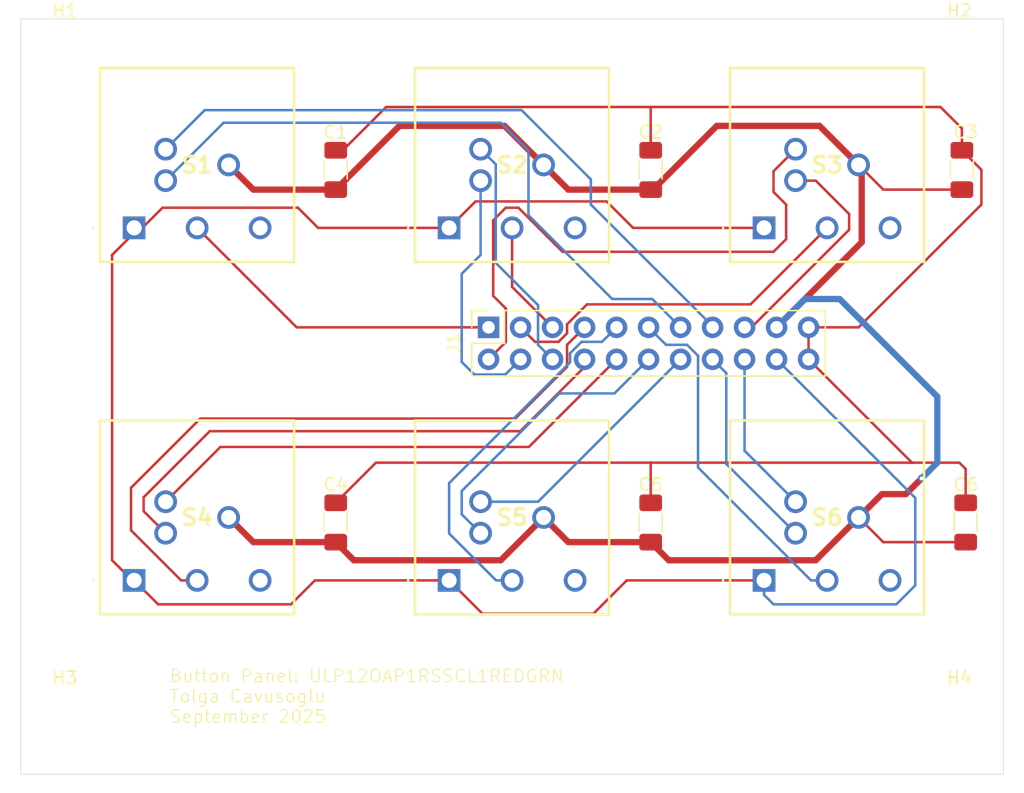
<source format=kicad_pcb>
(kicad_pcb (version 20241229) (generator "pcbnew") (generator_version "9.0")
  (layers (0 "F.Cu" signal) (2 "B.Cu" signal) (13 "F.Paste" user) (15 "B.Paste" user) (5 "F.SilkS" user "F.Silkscreen") (7 "B.SilkS" user "B.Silkscreen") (1 "F.Mask" user) (3 "B.Mask" user) (25 "Edge.Cuts" user))
  (net 0 "")
  (net 4 "+3.3V")
  (net 8 "+5V")
  (net 9 "/LED4")
  (net 10 "/LED8")
  (net 11 "/Buttons0")
  (net 12 "/Buttons3")
  (net 13 "/LED11")
  (net 14 "/LED6")
  (net 15 "/Buttons2")
  (net 16 "/Buttons1")
  (net 17 "/LED2")
  (net 18 "/LED3")
  (net 19 "/Buttons5")
  (net 20 "/Buttons4")
  (net 21 "/LED1")
  (net 22 "/LED5")
  (net 23 "/LED10")
  (net 24 "/LED0")
  (net 25 "/LED7")
  (net 26 "/LED9")
  (net 27 "GND")
  (footprint "Control_Panel_Footprints:ULP12OAP1RSSCL1REDGRN" (layer "F.Cu") (at 196 100.6)
    (property "Reference" "S5" (at 5 -5 0) (layer "F.SilkS") (effects (font (size 1.27 1.27) (thickness 0.254))))
    (property "Value" "ULP12OAP1RSSCL1REDGRN" (hide yes))
    (fp_line (start -3.3 0) (end -3.3 0) (stroke (width 0.1)) (layer "F.SilkS"))
    (fp_line (start -3.2 0) (end -3.2 0) (stroke (width 0.1)) (layer "F.SilkS"))
    (fp_line (start -2.7 -12.7) (end 12.7 -12.7) (stroke (width 0.2)) (layer "F.SilkS"))
    (fp_line (start -2.7 2.7) (end -2.7 -12.7) (stroke (width 0.2)) (layer "F.SilkS"))
    (fp_line (start 12.7 -12.7) (end 12.7 2.7) (stroke (width 0.2)) (layer "F.SilkS"))
    (fp_line (start 12.7 2.7) (end -2.7 2.7) (stroke (width 0.2)) (layer "F.SilkS"))
    (fp_arc (start -3.3 0) (mid -3.25 -0.05) (end -3.2 0) (stroke (width 0.1)) (layer "F.SilkS"))
    (fp_arc (start -3.2 0) (mid -3.25 0.05) (end -3.3 0) (stroke (width 0.1)) (layer "F.SilkS"))
    (pad "1" thru_hole rect (at 0 0) (size 1.8 1.8) (drill 1.2) (layers "*.Cu" "*.Mask") (net 4 "+3.3V"))
    (pad "2" thru_hole circle (at 5 0) (size 1.8 1.8) (drill 1.2) (layers "*.Cu" "*.Mask") (net 20 "/Buttons4"))
    (pad "3" thru_hole circle (at 10 0) (size 1.8 1.8) (drill 1.2) (layers "*.Cu" "*.Mask"))
    (pad "L1" thru_hole circle (at 2.5 -3.75) (size 1.8 1.8) (drill 1.2) (layers "*.Cu" "*.Mask") (net 10 "/LED8"))
    (pad "L2" thru_hole circle (at 2.5 -6.25) (size 1.8 1.8) (drill 1.2) (layers "*.Cu" "*.Mask") (net 26 "/LED9"))
    (pad "LC1" thru_hole circle (at 7.5 -5) (size 1.8 1.8) (drill 1.2) (layers "*.Cu" "*.Mask") (net 8 "+5V"))
  )
  (footprint "Control_Panel_Footprints:ULP12OAP1RSSCL1REDGRN" (layer "F.Cu") (at 221 100.6)
    (property "Reference" "S6" (at 5 -5 0) (layer "F.SilkS") (effects (font (size 1.27 1.27) (thickness 0.254))))
    (property "Value" "ULP12OAP1RSSCL1REDGRN" (hide yes))
    (fp_line (start -3.3 0) (end -3.3 0) (stroke (width 0.1)) (layer "F.SilkS"))
    (fp_line (start -3.2 0) (end -3.2 0) (stroke (width 0.1)) (layer "F.SilkS"))
    (fp_line (start -2.7 -12.7) (end 12.7 -12.7) (stroke (width 0.2)) (layer "F.SilkS"))
    (fp_line (start -2.7 2.7) (end -2.7 -12.7) (stroke (width 0.2)) (layer "F.SilkS"))
    (fp_line (start 12.7 -12.7) (end 12.7 2.7) (stroke (width 0.2)) (layer "F.SilkS"))
    (fp_line (start 12.7 2.7) (end -2.7 2.7) (stroke (width 0.2)) (layer "F.SilkS"))
    (fp_arc (start -3.3 0) (mid -3.25 -0.05) (end -3.2 0) (stroke (width 0.1)) (layer "F.SilkS"))
    (fp_arc (start -3.2 0) (mid -3.25 0.05) (end -3.3 0) (stroke (width 0.1)) (layer "F.SilkS"))
    (pad "1" thru_hole rect (at 0 0) (size 1.8 1.8) (drill 1.2) (layers "*.Cu" "*.Mask") (net 4 "+3.3V"))
    (pad "2" thru_hole circle (at 5 0) (size 1.8 1.8) (drill 1.2) (layers "*.Cu" "*.Mask") (net 19 "/Buttons5"))
    (pad "3" thru_hole circle (at 10 0) (size 1.8 1.8) (drill 1.2) (layers "*.Cu" "*.Mask"))
    (pad "L1" thru_hole circle (at 2.5 -3.75) (size 1.8 1.8) (drill 1.2) (layers "*.Cu" "*.Mask") (net 23 "/LED10"))
    (pad "L2" thru_hole circle (at 2.5 -6.25) (size 1.8 1.8) (drill 1.2) (layers "*.Cu" "*.Mask") (net 13 "/LED11"))
    (pad "LC1" thru_hole circle (at 7.5 -5) (size 1.8 1.8) (drill 1.2) (layers "*.Cu" "*.Mask") (net 8 "+5V"))
  )
  (footprint "MountingHole:MountingHole_3.2mm_M3" (layer "F.Cu") (at 165.5 59.5)
    (property "Reference" "H1" (at 0 -4.15 0) (layer "F.SilkS"))
    (property "Value" "MountingHole")
    (pad "" np_thru_hole circle (at 0 0) (size 3.2 3.2) (drill 3.2) (layers "*.Cu" "*.Mask"))
  )
  (footprint "MountingHole:MountingHole_3.2mm_M3" (layer "F.Cu") (at 236.5 59.5)
    (property "Reference" "H2" (at 0 -4.15 0) (layer "F.SilkS"))
    (property "Value" "MountingHole")
    (pad "" np_thru_hole circle (at 0 0) (size 3.2 3.2) (drill 3.2) (layers "*.Cu" "*.Mask"))
  )
  (footprint "Connector_PinSocket_2.54mm:PinSocket_2x11_P2.54mm_Vertical" (layer "F.Cu") (at 199.13 80.5 90)
    (property "Reference" "J1" (at -1.27 -2.77 90) (layer "F.SilkS"))
    (property "Value" "Conn_02x11_Odd_Even")
    (fp_line (start 1.33 -1.33) (end 1.33 0) (stroke (width 0.12)) (layer "F.SilkS"))
    (fp_line (start 0 -1.33) (end 1.33 -1.33) (stroke (width 0.12)) (layer "F.SilkS"))
    (fp_line (start -1.27 -1.33) (end -1.27 1.27) (stroke (width 0.12)) (layer "F.SilkS"))
    (fp_line (start -3.87 -1.33) (end -1.27 -1.33) (stroke (width 0.12)) (layer "F.SilkS"))
    (fp_line (start -3.87 -1.33) (end -3.87 26.73) (stroke (width 0.12)) (layer "F.SilkS"))
    (fp_line (start 1.33 1.27) (end 1.33 26.73) (stroke (width 0.12)) (layer "F.SilkS"))
    (fp_line (start -1.27 1.27) (end 1.33 1.27) (stroke (width 0.12)) (layer "F.SilkS"))
    (fp_line (start -3.87 26.73) (end 1.33 26.73) (stroke (width 0.12)) (layer "F.SilkS"))
    (pad "1" thru_hole rect (at 0 0 90) (size 1.7 1.7) (drill 1) (layers "*.Cu" "*.Mask") (net 11 "/Buttons0"))
    (pad "2" thru_hole circle (at -2.54 0 90) (size 1.7 1.7) (drill 1) (layers "*.Cu" "*.Mask") (net 18 "/LED3"))
    (pad "3" thru_hole circle (at 0 2.54 90) (size 1.7 1.7) (drill 1) (layers "*.Cu" "*.Mask") (net 16 "/Buttons1"))
    (pad "4" thru_hole circle (at -2.54 2.54 90) (size 1.7 1.7) (drill 1) (layers "*.Cu" "*.Mask") (net 9 "/LED4"))
    (pad "5" thru_hole circle (at 0 5.08 90) (size 1.7 1.7) (drill 1) (layers "*.Cu" "*.Mask") (net 15 "/Buttons2"))
    (pad "6" thru_hole circle (at -2.54 5.08 90) (size 1.7 1.7) (drill 1) (layers "*.Cu" "*.Mask") (net 22 "/LED5"))
    (pad "7" thru_hole circle (at 0 7.62 90) (size 1.7 1.7) (drill 1) (layers "*.Cu" "*.Mask") (net 12 "/Buttons3"))
    (pad "8" thru_hole circle (at -2.54 7.62 90) (size 1.7 1.7) (drill 1) (layers "*.Cu" "*.Mask") (net 14 "/LED6"))
    (pad "9" thru_hole circle (at 0 10.16 90) (size 1.7 1.7) (drill 1) (layers "*.Cu" "*.Mask") (net 20 "/Buttons4"))
    (pad "10" thru_hole circle (at -2.54 10.16 90) (size 1.7 1.7) (drill 1) (layers "*.Cu" "*.Mask") (net 25 "/LED7"))
    (pad "11" thru_hole circle (at 0 12.7 90) (size 1.7 1.7) (drill 1) (layers "*.Cu" "*.Mask") (net 19 "/Buttons5"))
    (pad "12" thru_hole circle (at -2.54 12.7 90) (size 1.7 1.7) (drill 1) (layers "*.Cu" "*.Mask") (net 10 "/LED8"))
    (pad "13" thru_hole circle (at 0 15.24 90) (size 1.7 1.7) (drill 1) (layers "*.Cu" "*.Mask") (net 24 "/LED0"))
    (pad "14" thru_hole circle (at -2.54 15.24 90) (size 1.7 1.7) (drill 1) (layers "*.Cu" "*.Mask") (net 26 "/LED9"))
    (pad "15" thru_hole circle (at 0 17.78 90) (size 1.7 1.7) (drill 1) (layers "*.Cu" "*.Mask") (net 21 "/LED1"))
    (pad "16" thru_hole circle (at -2.54 17.78 90) (size 1.7 1.7) (drill 1) (layers "*.Cu" "*.Mask") (net 23 "/LED10"))
    (pad "17" thru_hole circle (at 0 20.32 90) (size 1.7 1.7) (drill 1) (layers "*.Cu" "*.Mask") (net 17 "/LED2"))
    (pad "18" thru_hole circle (at -2.54 20.32 90) (size 1.7 1.7) (drill 1) (layers "*.Cu" "*.Mask") (net 13 "/LED11"))
    (pad "19" thru_hole circle (at 0 22.86 90) (size 1.7 1.7) (drill 1) (layers "*.Cu" "*.Mask") (net 8 "+5V"))
    (pad "20" thru_hole circle (at -2.54 22.86 90) (size 1.7 1.7) (drill 1) (layers "*.Cu" "*.Mask") (net 4 "+3.3V"))
    (pad "21" thru_hole circle (at 0 25.4 90) (size 1.7 1.7) (drill 1) (layers "*.Cu" "*.Mask") (net 27 "GND"))
    (pad "22" thru_hole circle (at -2.54 25.4 90) (size 1.7 1.7) (drill 1) (layers "*.Cu" "*.Mask") (net 27 "GND"))
  )
  (footprint "MountingHole:MountingHole_3.2mm_M3" (layer "F.Cu") (at 236.5 112.5)
    (property "Reference" "H4" (at 0 -4.15 0) (layer "F.SilkS"))
    (property "Value" "MountingHole")
    (pad "" np_thru_hole circle (at 0 0) (size 3.2 3.2) (drill 3.2) (layers "*.Cu" "*.Mask"))
  )
  (footprint "Control_Panel_Footprints:ULP12OAP1RSSCL1REDGRN" (layer "F.Cu") (at 171 72.6)
    (property "Reference" "S1" (at 5 -5 0) (layer "F.SilkS") (effects (font (size 1.27 1.27) (thickness 0.254))))
    (property "Value" "ULP12OAP1RSSCL1REDGRN" (hide yes))
    (fp_line (start -3.3 0) (end -3.3 0) (stroke (width 0.1)) (layer "F.SilkS"))
    (fp_line (start -3.2 0) (end -3.2 0) (stroke (width 0.1)) (layer "F.SilkS"))
    (fp_line (start -2.7 -12.7) (end 12.7 -12.7) (stroke (width 0.2)) (layer "F.SilkS"))
    (fp_line (start -2.7 2.7) (end -2.7 -12.7) (stroke (width 0.2)) (layer "F.SilkS"))
    (fp_line (start 12.7 -12.7) (end 12.7 2.7) (stroke (width 0.2)) (layer "F.SilkS"))
    (fp_line (start 12.7 2.7) (end -2.7 2.7) (stroke (width 0.2)) (layer "F.SilkS"))
    (fp_arc (start -3.3 0) (mid -3.25 -0.05) (end -3.2 0) (stroke (width 0.1)) (layer "F.SilkS"))
    (fp_arc (start -3.2 0) (mid -3.25 0.05) (end -3.3 0) (stroke (width 0.1)) (layer "F.SilkS"))
    (pad "1" thru_hole rect (at 0 0) (size 1.8 1.8) (drill 1.2) (layers "*.Cu" "*.Mask") (net 4 "+3.3V"))
    (pad "2" thru_hole circle (at 5 0) (size 1.8 1.8) (drill 1.2) (layers "*.Cu" "*.Mask") (net 11 "/Buttons0"))
    (pad "3" thru_hole circle (at 10 0) (size 1.8 1.8) (drill 1.2) (layers "*.Cu" "*.Mask"))
    (pad "L1" thru_hole circle (at 2.5 -3.75) (size 1.8 1.8) (drill 1.2) (layers "*.Cu" "*.Mask") (net 24 "/LED0"))
    (pad "L2" thru_hole circle (at 2.5 -6.25) (size 1.8 1.8) (drill 1.2) (layers "*.Cu" "*.Mask") (net 21 "/LED1"))
    (pad "LC1" thru_hole circle (at 7.5 -5) (size 1.8 1.8) (drill 1.2) (layers "*.Cu" "*.Mask") (net 8 "+5V"))
  )
  (footprint "Capacitor_SMD:C_1206_3216Metric_Pad1.33x1.80mm_HandSolder" (layer "F.Cu") (at 212 68 90)
    (property "Reference" "C2" (at 3 0 180) (layer "F.SilkS"))
    (property "Value" "1uf")
    (fp_line (start -0.711252 -0.91) (end 0.711252 -0.91) (stroke (width 0.12)) (layer "F.SilkS"))
    (fp_line (start -0.711252 0.91) (end 0.711252 0.91) (stroke (width 0.12)) (layer "F.SilkS"))
    (pad "1" smd roundrect (at -1.5625 0 90) (size 1.325 1.8) (layers "F.Cu" "F.Mask" "F.Paste") (roundrect_rratio 0.188679) (net 8 "+5V"))
    (pad "2" smd roundrect (at 1.5625 0 90) (size 1.325 1.8) (layers "F.Cu" "F.Mask" "F.Paste") (roundrect_rratio 0.188679) (net 27 "GND"))
  )
  (footprint "Capacitor_SMD:C_1206_3216Metric_Pad1.33x1.80mm_HandSolder" (layer "F.Cu") (at 236.7 68 90)
    (property "Reference" "C3" (at 3 0.3 180) (layer "F.SilkS"))
    (property "Value" "1uf")
    (fp_line (start -0.711252 -0.91) (end 0.711252 -0.91) (stroke (width 0.12)) (layer "F.SilkS"))
    (fp_line (start -0.711252 0.91) (end 0.711252 0.91) (stroke (width 0.12)) (layer "F.SilkS"))
    (pad "1" smd roundrect (at -1.5625 0 90) (size 1.325 1.8) (layers "F.Cu" "F.Mask" "F.Paste") (roundrect_rratio 0.188679) (net 8 "+5V"))
    (pad "2" smd roundrect (at 1.5625 0 90) (size 1.325 1.8) (layers "F.Cu" "F.Mask" "F.Paste") (roundrect_rratio 0.188679) (net 27 "GND"))
  )
  (footprint "Capacitor_SMD:C_1206_3216Metric_Pad1.33x1.80mm_HandSolder" (layer "F.Cu") (at 187 96 90)
    (property "Reference" "C4" (at 3 0 180) (layer "F.SilkS"))
    (property "Value" "1uf")
    (fp_line (start -0.711252 -0.91) (end 0.711252 -0.91) (stroke (width 0.12)) (layer "F.SilkS"))
    (fp_line (start -0.711252 0.91) (end 0.711252 0.91) (stroke (width 0.12)) (layer "F.SilkS"))
    (pad "1" smd roundrect (at -1.5625 0 90) (size 1.325 1.8) (layers "F.Cu" "F.Mask" "F.Paste") (roundrect_rratio 0.188679) (net 8 "+5V"))
    (pad "2" smd roundrect (at 1.5625 0 90) (size 1.325 1.8) (layers "F.Cu" "F.Mask" "F.Paste") (roundrect_rratio 0.188679) (net 27 "GND"))
  )
  (footprint "Capacitor_SMD:C_1206_3216Metric_Pad1.33x1.80mm_HandSolder" (layer "F.Cu") (at 212 96 90)
    (property "Reference" "C5" (at 3 0 180) (layer "F.SilkS"))
    (property "Value" "1uf")
    (fp_line (start -0.711252 -0.91) (end 0.711252 -0.91) (stroke (width 0.12)) (layer "F.SilkS"))
    (fp_line (start -0.711252 0.91) (end 0.711252 0.91) (stroke (width 0.12)) (layer "F.SilkS"))
    (pad "1" smd roundrect (at -1.5625 0 90) (size 1.325 1.8) (layers "F.Cu" "F.Mask" "F.Paste") (roundrect_rratio 0.188679) (net 8 "+5V"))
    (pad "2" smd roundrect (at 1.5625 0 90) (size 1.325 1.8) (layers "F.Cu" "F.Mask" "F.Paste") (roundrect_rratio 0.188679) (net 27 "GND"))
  )
  (footprint "Capacitor_SMD:C_1206_3216Metric_Pad1.33x1.80mm_HandSolder" (layer "F.Cu") (at 187 68 90)
    (property "Reference" "C1" (at 3 0 180) (layer "F.SilkS"))
    (property "Value" "1uf")
    (fp_line (start -0.711252 -0.91) (end 0.711252 -0.91) (stroke (width 0.12)) (layer "F.SilkS"))
    (fp_line (start -0.711252 0.91) (end 0.711252 0.91) (stroke (width 0.12)) (layer "F.SilkS"))
    (pad "1" smd roundrect (at -1.5625 0 90) (size 1.325 1.8) (layers "F.Cu" "F.Mask" "F.Paste") (roundrect_rratio 0.188679) (net 8 "+5V"))
    (pad "2" smd roundrect (at 1.5625 0 90) (size 1.325 1.8) (layers "F.Cu" "F.Mask" "F.Paste") (roundrect_rratio 0.188679) (net 27 "GND"))
  )
  (footprint "MountingHole:MountingHole_3.2mm_M3" (layer "F.Cu") (at 165.5 112.5)
    (property "Reference" "H3" (at 0 -4.15 0) (layer "F.SilkS"))
    (property "Value" "MountingHole")
    (pad "" np_thru_hole circle (at 0 0) (size 3.2 3.2) (drill 3.2) (layers "*.Cu" "*.Mask"))
  )
  (footprint "Capacitor_SMD:C_1206_3216Metric_Pad1.33x1.80mm_HandSolder" (layer "F.Cu") (at 237 96 -90)
    (property "Reference" "C6" (at -3 0 0) (layer "F.SilkS"))
    (property "Value" "1uf")
    (fp_line (start -0.711252 0.91) (end 0.711252 0.91) (stroke (width 0.12)) (layer "F.SilkS"))
    (fp_line (start -0.711252 -0.91) (end 0.711252 -0.91) (stroke (width 0.12)) (layer "F.SilkS"))
    (pad "1" smd roundrect (at -1.5625 0 270) (size 1.325 1.8) (layers "F.Cu" "F.Mask" "F.Paste") (roundrect_rratio 0.188679) (net 27 "GND"))
    (pad "2" smd roundrect (at 1.5625 0 270) (size 1.325 1.8) (layers "F.Cu" "F.Mask" "F.Paste") (roundrect_rratio 0.188679) (net 8 "+5V"))
  )
  (footprint "Control_Panel_Footprints:ULP12OAP1RSSCL1REDGRN" (layer "F.Cu") (at 196 72.6)
    (property "Reference" "S2" (at 5 -5 0) (layer "F.SilkS") (effects (font (size 1.27 1.27) (thickness 0.254))))
    (property "Value" "ULP12OAP1RSSCL1REDGRN" (hide yes))
    (fp_line (start -3.3 0) (end -3.3 0) (stroke (width 0.1)) (layer "F.SilkS"))
    (fp_line (start -3.2 0) (end -3.2 0) (stroke (width 0.1)) (layer "F.SilkS"))
    (fp_line (start -2.7 -12.7) (end 12.7 -12.7) (stroke (width 0.2)) (layer "F.SilkS"))
    (fp_line (start -2.7 2.7) (end -2.7 -12.7) (stroke (width 0.2)) (layer "F.SilkS"))
    (fp_line (start 12.7 -12.7) (end 12.7 2.7) (stroke (width 0.2)) (layer "F.SilkS"))
    (fp_line (start 12.7 2.7) (end -2.7 2.7) (stroke (width 0.2)) (layer "F.SilkS"))
    (fp_arc (start -3.3 0) (mid -3.25 -0.05) (end -3.2 0) (stroke (width 0.1)) (layer "F.SilkS"))
    (fp_arc (start -3.2 0) (mid -3.25 0.05) (end -3.3 0) (stroke (width 0.1)) (layer "F.SilkS"))
    (pad "1" thru_hole rect (at 0 0) (size 1.8 1.8) (drill 1.2) (layers "*.Cu" "*.Mask") (net 4 "+3.3V"))
    (pad "2" thru_hole circle (at 5 0) (size 1.8 1.8) (drill 1.2) (layers "*.Cu" "*.Mask") (net 15 "/Buttons2"))
    (pad "3" thru_hole circle (at 10 0) (size 1.8 1.8) (drill 1.2) (layers "*.Cu" "*.Mask"))
    (pad "L1" thru_hole circle (at 2.5 -3.75) (size 1.8 1.8) (drill 1.2) (layers "*.Cu" "*.Mask") (net 9 "/LED4"))
    (pad "L2" thru_hole circle (at 2.5 -6.25) (size 1.8 1.8) (drill 1.2) (layers "*.Cu" "*.Mask") (net 22 "/LED5"))
    (pad "LC1" thru_hole circle (at 7.5 -5) (size 1.8 1.8) (drill 1.2) (layers "*.Cu" "*.Mask") (net 8 "+5V"))
  )
  (footprint "Control_Panel_Footprints:ULP12OAP1RSSCL1REDGRN" (layer "F.Cu") (at 171 100.6)
    (property "Reference" "S4" (at 5 -5 0) (layer "F.SilkS") (effects (font (size 1.27 1.27) (thickness 0.254))))
    (property "Value" "ULP12OAP1RSSCL1REDGRN" (hide yes))
    (fp_line (start -3.3 0) (end -3.3 0) (stroke (width 0.1)) (layer "F.SilkS"))
    (fp_line (start -3.2 0) (end -3.2 0) (stroke (width 0.1)) (layer "F.SilkS"))
    (fp_line (start -2.7 -12.7) (end 12.7 -12.7) (stroke (width 0.2)) (layer "F.SilkS"))
    (fp_line (start -2.7 2.7) (end -2.7 -12.7) (stroke (width 0.2)) (layer "F.SilkS"))
    (fp_line (start 12.7 -12.7) (end 12.7 2.7) (stroke (width 0.2)) (layer "F.SilkS"))
    (fp_line (start 12.7 2.7) (end -2.7 2.7) (stroke (width 0.2)) (layer "F.SilkS"))
    (fp_arc (start -3.3 0) (mid -3.25 -0.05) (end -3.2 0) (stroke (width 0.1)) (layer "F.SilkS"))
    (fp_arc (start -3.2 0) (mid -3.25 0.05) (end -3.3 0) (stroke (width 0.1)) (layer "F.SilkS"))
    (pad "1" thru_hole rect (at 0 0) (size 1.8 1.8) (drill 1.2) (layers "*.Cu" "*.Mask") (net 4 "+3.3V"))
    (pad "2" thru_hole circle (at 5 0) (size 1.8 1.8) (drill 1.2) (layers "*.Cu" "*.Mask") (net 12 "/Buttons3"))
    (pad "3" thru_hole circle (at 10 0) (size 1.8 1.8) (drill 1.2) (layers "*.Cu" "*.Mask"))
    (pad "L1" thru_hole circle (at 2.5 -3.75) (size 1.8 1.8) (drill 1.2) (layers "*.Cu" "*.Mask") (net 14 "/LED6"))
    (pad "L2" thru_hole circle (at 2.5 -6.25) (size 1.8 1.8) (drill 1.2) (layers "*.Cu" "*.Mask") (net 25 "/LED7"))
    (pad "LC1" thru_hole circle (at 7.5 -5) (size 1.8 1.8) (drill 1.2) (layers "*.Cu" "*.Mask") (net 8 "+5V"))
  )
  (footprint "Control_Panel_Footprints:ULP12OAP1RSSCL1REDGRN" (layer "F.Cu") (at 221 72.6)
    (property "Reference" "S3" (at 5 -5 0) (layer "F.SilkS") (effects (font (size 1.27 1.27) (thickness 0.254))))
    (property "Value" "ULP12OAP1RSSCL1REDGRN" (hide yes))
    (fp_line (start -3.3 0) (end -3.3 0) (stroke (width 0.1)) (layer "F.SilkS"))
    (fp_line (start -3.2 0) (end -3.2 0) (stroke (width 0.1)) (layer "F.SilkS"))
    (fp_line (start -2.7 -12.7) (end 12.7 -12.7) (stroke (width 0.2)) (layer "F.SilkS"))
    (fp_line (start -2.7 2.7) (end -2.7 -12.7) (stroke (width 0.2)) (layer "F.SilkS"))
    (fp_line (start 12.7 -12.7) (end 12.7 2.7) (stroke (width 0.2)) (layer "F.SilkS"))
    (fp_line (start 12.7 2.7) (end -2.7 2.7) (stroke (width 0.2)) (layer "F.SilkS"))
    (fp_arc (start -3.3 0) (mid -3.25 -0.05) (end -3.2 0) (stroke (width 0.1)) (layer "F.SilkS"))
    (fp_arc (start -3.2 0) (mid -3.25 0.05) (end -3.3 0) (stroke (width 0.1)) (layer "F.SilkS"))
    (pad "1" thru_hole rect (at 0 0) (size 1.8 1.8) (drill 1.2) (layers "*.Cu" "*.Mask") (net 4 "+3.3V"))
    (pad "2" thru_hole circle (at 5 0) (size 1.8 1.8) (drill 1.2) (layers "*.Cu" "*.Mask") (net 16 "/Buttons1"))
    (pad "3" thru_hole circle (at 10 0) (size 1.8 1.8) (drill 1.2) (layers "*.Cu" "*.Mask"))
    (pad "L1" thru_hole circle (at 2.5 -3.75) (size 1.8 1.8) (drill 1.2) (layers "*.Cu" "*.Mask") (net 17 "/LED2"))
    (pad "L2" thru_hole circle (at 2.5 -6.25) (size 1.8 1.8) (drill 1.2) (layers "*.Cu" "*.Mask") (net 18 "/LED3"))
    (pad "LC1" thru_hole circle (at 7.5 -5) (size 1.8 1.8) (drill 1.2) (layers "*.Cu" "*.Mask") (net 8 "+5V"))
  )
  (gr_rect (start 162 56) (end 240 116) (stroke (width 0.05)) (fill no) (layer "Edge.Cuts"))
  (gr_text "Button Panel: ULP12OAP1RSSCL1REDGRN\nTolga Cavusoglu\nSeptember 2025" (at 173.75 112 0) (layer "F.SilkS") (effects (font (size 1 1) (thickness 0.1)) (justify left bottom)))
  (segment (start 198.1 70.5) (end 208.5 70.5) (width 0.2) (layer "F.Cu") (net 4))
  (segment (start 172.9 102.5) (end 183.45 102.5) (width 0.2) (layer "F.Cu") (net 4))
  (segment (start 210.1 100.6) (end 221 100.6) (width 0.2) (layer "F.Cu") (net 4))
  (segment (start 171 72.75) (end 171.25 73) (width 0.2) (layer "F.Cu") (net 4))
  (segment (start 173.25 71) (end 184 71) (width 0.2) (layer "F.Cu") (net 4))
  (segment (start 198.65 103.25) (end 207.45 103.25) (width 0.2) (layer "F.Cu") (net 4))
  (segment (start 207.45 103.25) (end 210.1 100.6) (width 0.2) (layer "F.Cu") (net 4))
  (segment (start 185.35 100.6) (end 196 100.6) (width 0.2) (layer "F.Cu") (net 4))
  (segment (start 210.6 72.6) (end 221 72.6) (width 0.2) (layer "F.Cu") (net 4))
  (segment (start 170.85 100.6) (end 169.25 99) (width 0.2) (layer "F.Cu") (net 4))
  (segment (start 169.25 74.75) (end 171 73) (width 0.2) (layer "F.Cu") (net 4))
  (segment (start 169.25 99) (end 169.25 74.75) (width 0.2) (layer "F.Cu") (net 4))
  (segment (start 184 71) (end 185.6 72.6) (width 0.2) (layer "F.Cu") (net 4))
  (segment (start 171 100.6) (end 170.85 100.6) (width 0.2) (layer "F.Cu") (net 4))
  (segment (start 196 72.6) (end 198.1 70.5) (width 0.2) (layer "F.Cu") (net 4))
  (segment (start 208.5 70.5) (end 210.6 72.6) (width 0.2) (layer "F.Cu") (net 4))
  (segment (start 171 72.6) (end 171 72.75) (width 0.2) (layer "F.Cu") (net 4))
  (segment (start 171 100.6) (end 172.9 102.5) (width 0.2) (layer "F.Cu") (net 4))
  (segment (start 171.25 73) (end 173.25 71) (width 0.2) (layer "F.Cu") (net 4))
  (segment (start 171 73) (end 171 72.6) (width 0.2) (layer "F.Cu") (net 4))
  (segment (start 183.45 102.5) (end 185.35 100.6) (width 0.2) (layer "F.Cu") (net 4))
  (segment (start 196 100.6) (end 198.65 103.25) (width 0.2) (layer "F.Cu") (net 4))
  (segment (start 185.6 72.6) (end 196 72.6) (width 0.2) (layer "F.Cu") (net 4))
  (segment (start 233 94.05) (end 233 101) (width 0.2) (layer "B.Cu") (net 4))
  (segment (start 221.99 83.04) (end 233 94.05) (width 0.2) (layer "B.Cu") (net 4))
  (segment (start 221.75 102.5) (end 221 101.75) (width 0.2) (layer "B.Cu") (net 4))
  (segment (start 231.5 102.5) (end 221.75 102.5) (width 0.2) (layer "B.Cu") (net 4))
  (segment (start 233 101) (end 231.5 102.5) (width 0.2) (layer "B.Cu") (net 4))
  (segment (start 221 101.75) (end 221 100.6) (width 0.2) (layer "B.Cu") (net 4))
  (segment (start 237 97.5625) (end 230.4625 97.5625) (width 0.2) (layer "F.Cu") (net 8))
  (segment (start 180.4625 69.5625) (end 178.5 67.6) (width 0.5) (layer "F.Cu") (net 8))
  (segment (start 232.25 93.75) (end 230.35 93.75) (width 0.5) (layer "F.Cu") (net 8))
  (segment (start 200.4 64.5) (end 192.0625 64.5) (width 0.5) (layer "F.Cu") (net 8))
  (segment (start 212 69.5625) (end 205.4625 69.5625) (width 0.5) (layer "F.Cu") (net 8))
  (segment (start 200.1 99) (end 188.4375 99) (width 0.5) (layer "F.Cu") (net 8))
  (segment (start 192.0625 64.5) (end 187 69.5625) (width 0.5) (layer "F.Cu") (net 8))
  (segment (start 188.4375 99) (end 187 97.5625) (width 0.5) (layer "F.Cu") (net 8))
  (segment (start 180.4625 97.5625) (end 178.5 95.6) (width 0.5) (layer "F.Cu") (net 8))
  (segment (start 205.4625 97.5625) (end 203.5 95.6) (width 0.5) (layer "F.Cu") (net 8))
  (segment (start 187 97.5625) (end 180.4625 97.5625) (width 0.5) (layer "F.Cu") (net 8))
  (segment (start 228.75 67.85) (end 228.5 67.6) (width 0.5) (layer "F.Cu") (net 8))
  (segment (start 187 69.5625) (end 180.4625 69.5625) (width 0.5) (layer "F.Cu") (net 8))
  (segment (start 236.7 69.5625) (end 230.4625 69.5625) (width 0.2) (layer "F.Cu") (net 8))
  (segment (start 230.4625 97.5625) (end 228.5 95.6) (width 0.2) (layer "F.Cu") (net 8))
  (segment (start 228.5 95.6) (end 225.1 99) (width 0.5) (layer "F.Cu") (net 8))
  (segment (start 228.5 67.6) (end 225.4 64.5) (width 0.5) (layer "F.Cu") (net 8))
  (segment (start 203.5 95.6) (end 200.1 99) (width 0.5) (layer "F.Cu") (net 8))
  (segment (start 221.99 80.5) (end 228.75 73.74) (width 0.5) (layer "F.Cu") (net 8))
  (segment (start 225.4 64.5) (end 217.25 64.5) (width 0.5) (layer "F.Cu") (net 8))
  (segment (start 212.1875 69.5625) (end 212 69.5625) (width 0.2) (layer "F.Cu") (net 8))
  (segment (start 213.4375 99) (end 212 97.5625) (width 0.5) (layer "F.Cu") (net 8))
  (segment (start 228.75 73.74) (end 228.75 67.85) (width 0.5) (layer "F.Cu") (net 8))
  (segment (start 205.4625 69.5625) (end 203.5 67.6) (width 0.5) (layer "F.Cu") (net 8))
  (segment (start 230.4625 69.5625) (end 228.5 67.6) (width 0.2) (layer "F.Cu") (net 8))
  (segment (start 203.5 67.6) (end 200.4 64.5) (width 0.5) (layer "F.Cu") (net 8))
  (segment (start 217.25 64.5) (end 212.1875 69.5625) (width 0.5) (layer "F.Cu") (net 8))
  (segment (start 233.5 92.5) (end 232.25 93.75) (width 0.5) (layer "F.Cu") (net 8))
  (segment (start 212 97.5625) (end 205.4625 97.5625) (width 0.5) (layer "F.Cu") (net 8))
  (segment (start 225.1 99) (end 213.4375 99) (width 0.5) (layer "F.Cu") (net 8))
  (segment (start 230.35 93.75) (end 228.5 95.6) (width 0.5) (layer "F.Cu") (net 8))
  (via (at 233.5 92.5) (size 0.6) (drill 0.3) (layers "F.Cu" "B.Cu") (net 8))
  (segment (start 227 78.25) (end 234.75 86) (width 0.5) (layer "B.Cu") (net 8))
  (segment (start 234.75 86) (end 234.75 91.25) (width 0.5) (layer "B.Cu") (net 8))
  (segment (start 234.75 91.25) (end 233.5 92.5) (width 0.5) (layer "B.Cu") (net 8))
  (segment (start 224.24 78.25) (end 227 78.25) (width 0.5) (layer "B.Cu") (net 8))
  (segment (start 221.99 80.5) (end 224.24 78.25) (width 0.5) (layer "B.Cu") (net 8))
  (segment (start 200.46 84.25) (end 201.67 83.04) (width 0.2) (layer "B.Cu") (net 9))
  (segment (start 198.5 68.85) (end 198.5 74.75) (width 0.2) (layer "B.Cu") (net 9))
  (segment (start 198.5 74.75) (end 197 76.25) (width 0.2) (layer "B.Cu") (net 9))
  (segment (start 197 76.25) (end 197 83.25) (width 0.2) (layer "B.Cu") (net 9))
  (segment (start 198 84.25) (end 200.46 84.25) (width 0.2) (layer "B.Cu") (net 9))
  (segment (start 197 83.25) (end 198 84.25) (width 0.2) (layer "B.Cu") (net 9))
  (segment (start 197 95.35) (end 197 93.5) (width 0.2) (layer "B.Cu") (net 10))
  (segment (start 209.12 85.75) (end 211.83 83.04) (width 0.2) (layer "B.Cu") (net 10))
  (segment (start 204.75 85.75) (end 209.12 85.75) (width 0.2) (layer "B.Cu") (net 10))
  (segment (start 197 93.5) (end 204.75 85.75) (width 0.2) (layer "B.Cu") (net 10))
  (segment (start 198.5 96.85) (end 197 95.35) (width 0.2) (layer "B.Cu") (net 10))
  (segment (start 176 72.6) (end 183.9 80.5) (width 0.2) (layer "F.Cu") (net 11))
  (segment (start 183.9 80.5) (end 199.13 80.5) (width 0.2) (layer "F.Cu") (net 11))
  (segment (start 176.25 87.75) (end 201.25 87.75) (width 0.2) (layer "F.Cu") (net 12))
  (segment (start 205.361 81.889) (end 206.75 80.5) (width 0.2) (layer "F.Cu") (net 12))
  (segment (start 205.361 83.639) (end 205.361 81.889) (width 0.2) (layer "F.Cu") (net 12))
  (segment (start 170.75 93.25) (end 176.25 87.75) (width 0.2) (layer "F.Cu") (net 12))
  (segment (start 174.727208 100.6) (end 170.75 96.622792) (width 0.2) (layer "F.Cu") (net 12))
  (segment (start 176 100.6) (end 174.727208 100.6) (width 0.2) (layer "F.Cu") (net 12))
  (segment (start 201.25 87.75) (end 205.361 83.639) (width 0.2) (layer "F.Cu") (net 12))
  (segment (start 170.75 96.622792) (end 170.75 93.25) (width 0.2) (layer "F.Cu") (net 12))
  (segment (start 223.5 94.35) (end 219.45 90.3) (width 0.2) (layer "B.Cu") (net 13))
  (segment (start 219.45 90.3) (end 219.45 83.04) (width 0.2) (layer "B.Cu") (net 13))
  (segment (start 171.75 95.1) (end 171.75 94) (width 0.2) (layer "F.Cu") (net 14))
  (segment (start 206.75 83.645) (end 206.75 83.04) (width 0.2) (layer "F.Cu") (net 14))
  (segment (start 201.645 88.75) (end 206.75 83.645) (width 0.2) (layer "F.Cu") (net 14))
  (segment (start 171.75 94) (end 177 88.75) (width 0.2) (layer "F.Cu") (net 14))
  (segment (start 173.5 96.85) (end 171.75 95.1) (width 0.2) (layer "F.Cu") (net 14))
  (segment (start 177 88.75) (end 201.645 88.75) (width 0.2) (layer "F.Cu") (net 14))
  (segment (start 201 77.29) (end 204.21 80.5) (width 0.2) (layer "F.Cu") (net 15))
  (segment (start 201 72.6) (end 201 77.29) (width 0.2) (layer "F.Cu") (net 15))
  (segment (start 204.68676 81.651) (end 202.821 81.651) (width 0.2) (layer "F.Cu") (net 16))
  (segment (start 206.94724 78.675) (end 205.361 80.26124) (width 0.2) (layer "F.Cu") (net 16))
  (segment (start 219.925 78.675) (end 206.94724 78.675) (width 0.2) (layer "F.Cu") (net 16))
  (segment (start 226 72.6) (end 219.925 78.675) (width 0.2) (layer "F.Cu") (net 16))
  (segment (start 202.821 81.651) (end 201.67 80.5) (width 0.2) (layer "F.Cu") (net 16))
  (segment (start 205.361 80.97676) (end 204.68676 81.651) (width 0.2) (layer "F.Cu") (net 16))
  (segment (start 205.361 80.26124) (end 205.361 80.97676) (width 0.2) (layer "F.Cu") (net 16))
  (segment (start 227.75 72.75) (end 220 80.5) (width 0.2) (layer "F.Cu") (net 17))
  (segment (start 227.75 71.5) (end 227.75 72.75) (width 0.2) (layer "F.Cu") (net 17))
  (segment (start 223.5 68.85) (end 225.1 68.85) (width 0.2) (layer "F.Cu") (net 17))
  (segment (start 225.1 68.85) (end 227.75 71.5) (width 0.2) (layer "F.Cu") (net 17))
  (segment (start 220 80.5) (end 219.45 80.5) (width 0.2) (layer "F.Cu") (net 17))
  (segment (start 201.5 71) (end 200.5 71) (width 0.2) (layer "F.Cu") (net 18))
  (segment (start 222.75 70.75) (end 222.75 73.5) (width 0.2) (layer "F.Cu") (net 18))
  (segment (start 200.5 71) (end 199.5 72) (width 0.2) (layer "F.Cu") (net 18))
  (segment (start 205 74.5) (end 201.5 71) (width 0.2) (layer "F.Cu") (net 18))
  (segment (start 221.75 74.5) (end 205 74.5) (width 0.2) (layer "F.Cu") (net 18))
  (segment (start 200.5 79) (end 200.5 81.67) (width 0.2) (layer "F.Cu") (net 18))
  (segment (start 223.5 66.35) (end 221.75 68.1) (width 0.2) (layer "F.Cu") (net 18))
  (segment (start 221.75 69.75) (end 222.75 70.75) (width 0.2) (layer "F.Cu") (net 18))
  (segment (start 221.75 68.1) (end 221.75 69.75) (width 0.2) (layer "F.Cu") (net 18))
  (segment (start 199.5 72) (end 199.5 78) (width 0.2) (layer "F.Cu") (net 18))
  (segment (start 199.5 78) (end 200.5 79) (width 0.2) (layer "F.Cu") (net 18))
  (segment (start 200.5 81.67) (end 199.13 83.04) (width 0.2) (layer "F.Cu") (net 18))
  (segment (start 222.75 73.5) (end 221.75 74.5) (width 0.2) (layer "F.Cu") (net 18))
  (segment (start 224.727208 100.6) (end 215.759 91.631792) (width 0.2) (layer "B.Cu") (net 19))
  (segment (start 215.759 91.631792) (end 215.759 82.759) (width 0.2) (layer "B.Cu") (net 19))
  (segment (start 226 100.6) (end 224.727208 100.6) (width 0.2) (layer "B.Cu") (net 19))
  (segment (start 213.219 81.889) (end 211.83 80.5) (width 0.2) (layer "B.Cu") (net 19))
  (segment (start 214.889 81.889) (end 213.219 81.889) (width 0.2) (layer "B.Cu") (net 19))
  (segment (start 215.759 82.759) (end 214.889 81.889) (width 0.2) (layer "B.Cu") (net 19))
  (segment (start 205.599 82.56324) (end 206.51124 81.651) (width 0.2) (layer "B.Cu") (net 20))
  (segment (start 196 92.87776) (end 205.599 83.27876) (width 0.2) (layer "B.Cu") (net 20))
  (segment (start 205.599 83.27876) (end 205.599 82.56324) (width 0.2) (layer "B.Cu") (net 20))
  (segment (start 208.139 81.651) (end 209.29 80.5) (width 0.2) (layer "B.Cu") (net 20))
  (segment (start 196 96.872792) (end 196 92.87776) (width 0.2) (layer "B.Cu") (net 20))
  (segment (start 199.727208 100.6) (end 196 96.872792) (width 0.2) (layer "B.Cu") (net 20))
  (segment (start 201 100.6) (end 199.727208 100.6) (width 0.2) (layer "B.Cu") (net 20))
  (segment (start 206.51124 81.651) (end 208.139 81.651) (width 0.2) (layer "B.Cu") (net 20))
  (segment (start 173.5 66.35) (end 176.6 63.25) (width 0.2) (layer "B.Cu") (net 21))
  (segment (start 176.6 63.25) (end 201.75 63.25) (width 0.2) (layer "B.Cu") (net 21))
  (segment (start 207.25 68.75) (end 207.25 70.75) (width 0.2) (layer "B.Cu") (net 21))
  (segment (start 207.25 70.75) (end 217.25 80.75) (width 0.2) (layer "B.Cu") (net 21))
  (segment (start 201.75 63.25) (end 207.25 68.75) (width 0.2) (layer "B.Cu") (net 21))
  (segment (start 203.059 78.7419) (end 203.059 81.889) (width 0.2) (layer "B.Cu") (net 22))
  (segment (start 199.701 75.3839) (end 203.059 78.7419) (width 0.2) (layer "B.Cu") (net 22))
  (segment (start 203.059 81.889) (end 204.21 83.04) (width 0.2) (layer "B.Cu") (net 22))
  (segment (start 199.701 67.551) (end 199.701 75.3839) (width 0.2) (layer "B.Cu") (net 22))
  (segment (start 198.5 66.35) (end 199.701 67.551) (width 0.2) (layer "B.Cu") (net 22))
  (segment (start 218 84.13) (end 216.91 83.04) (width 0.2) (layer "B.Cu") (net 23))
  (segment (start 223.5 96.85) (end 218 91.35) (width 0.2) (layer "B.Cu") (net 23))
  (segment (start 218 91.35) (end 218 84.13) (width 0.2) (layer "B.Cu") (net 23))
  (segment (start 178.1 64.25) (end 200.098 64.25) (width 0.2) (layer "B.Cu") (net 24))
  (segment (start 202.299 71.598877) (end 208.950123 78.25) (width 0.2) (layer "B.Cu") (net 24))
  (segment (start 200.098 64.25) (end 202.299 66.451) (width 0.2) (layer "B.Cu") (net 24))
  (segment (start 173.5 68.85) (end 178.1 64.25) (width 0.2) (layer "B.Cu") (net 24))
  (segment (start 212.12 78.25) (end 214.37 80.5) (width 0.2) (layer "B.Cu") (net 24))
  (segment (start 202.299 66.451) (end 202.299 71.598877) (width 0.2) (layer "B.Cu") (net 24))
  (segment (start 208.950123 78.25) (end 212.12 78.25) (width 0.2) (layer "B.Cu") (net 24))
  (segment (start 173.5 94.35) (end 177.85 90) (width 0.2) (layer "F.Cu") (net 25))
  (segment (start 202.33 90) (end 209.29 83.04) (width 0.2) (layer "F.Cu") (net 25))
  (segment (start 177.85 90) (end 202.33 90) (width 0.2) (layer "F.Cu") (net 25))
  (segment (start 198.5 94.35) (end 203.06 94.35) (width 0.2) (layer "B.Cu") (net 26))
  (segment (start 203.06 94.35) (end 214.37 83.04) (width 0.2) (layer "B.Cu") (net 26))
  (segment (start 238.25 67.9875) (end 236.7 66.4375) (width 0.2) (layer "F.Cu") (net 27))
  (segment (start 237 94.4375) (end 237 91.75) (width 0.2) (layer "F.Cu") (net 27))
  (segment (start 235 63) (end 236.7 64.7) (width 0.2) (layer "F.Cu") (net 27))
  (segment (start 236.5 91.25) (end 232.75 91.25) (width 0.2) (layer "F.Cu") (net 27))
  (segment (start 228.5 80.5) (end 238.25 70.75) (width 0.2) (layer "F.Cu") (net 27))
  (segment (start 196.75 91.25) (end 190.1875 91.25) (width 0.2) (layer "F.Cu") (net 27))
  (segment (start 187 66.4375) (end 187.5625 66.4375) (width 0.2) (layer "F.Cu") (net 27))
  (segment (start 190.1875 91.25) (end 187 94.4375) (width 0.2) (layer "F.Cu") (net 27))
  (segment (start 224.53 80.5) (end 228.5 80.5) (width 0.2) (layer "F.Cu") (net 27))
  (segment (start 212 91.25) (end 196.75 91.25) (width 0.2) (layer "F.Cu") (net 27))
  (segment (start 232.75 91.25) (end 212 91.25) (width 0.2) (layer "F.Cu") (net 27))
  (segment (start 212 63) (end 235 63) (width 0.2) (layer "F.Cu") (net 27))
  (segment (start 236.7 64.7) (end 236.7 66.4375) (width 0.2) (layer "F.Cu") (net 27))
  (segment (start 232.74 91.25) (end 232.75 91.25) (width 0.2) (layer "F.Cu") (net 27))
  (segment (start 191 63) (end 212 63) (width 0.2) (layer "F.Cu") (net 27))
  (segment (start 187.5625 66.4375) (end 191 63) (width 0.2) (layer "F.Cu") (net 27))
  (segment (start 212 63) (end 212 66.4375) (width 0.2) (layer "F.Cu") (net 27))
  (segment (start 238.25 70.75) (end 238.25 67.9875) (width 0.2) (layer "F.Cu") (net 27))
  (segment (start 212 91.25) (end 212 94.4375) (width 0.2) (layer "F.Cu") (net 27))
  (segment (start 224.53 83.04) (end 232.74 91.25) (width 0.2) (layer "F.Cu") (net 27))
  (segment (start 237 91.75) (end 236.5 91.25) (width 0.2) (layer "F.Cu") (net 27))
  (segment (start 224.53 80.5) (end 224.53 83.04) (width 0.2) (layer "F.Cu") (net 27))
)
</source>
